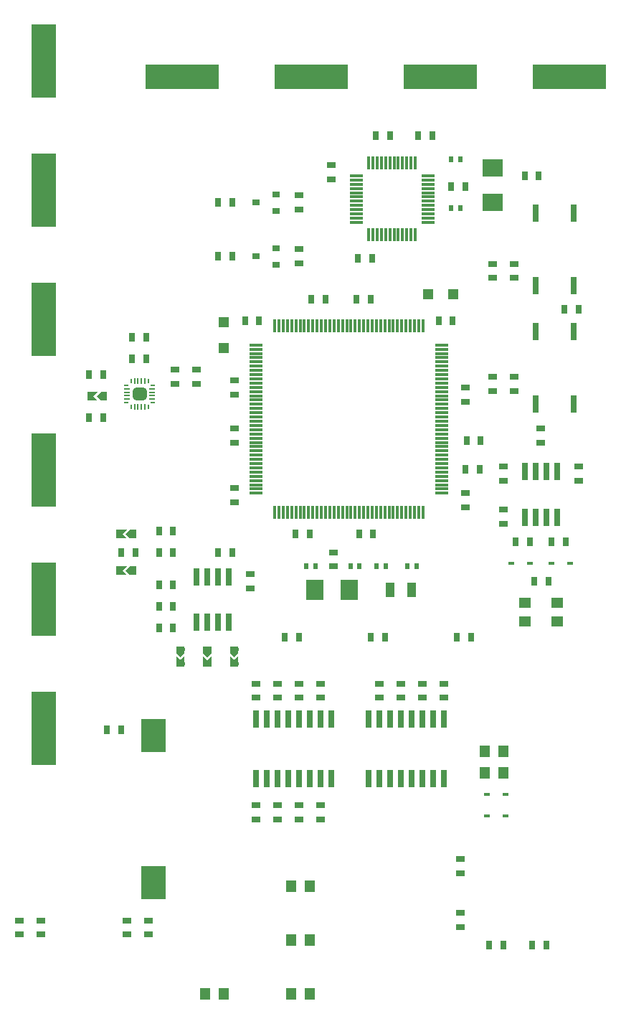
<source format=gbr>
%TF.GenerationSoftware,Altium Limited,Altium Designer,21.2.1 (34)*%
G04 Layer_Color=128*
%FSLAX25Y25*%
%MOIN*%
%TF.SameCoordinates,3D92BD4A-1653-4209-B07E-4AD3ED082CDC*%
%TF.FilePolarity,Positive*%
%TF.FileFunction,Paste,Bot*%
%TF.Part,Single*%
G01*
G75*
%TA.AperFunction,SMDPad,CuDef*%
%ADD10R,0.11811X0.34252*%
%ADD12R,0.34252X0.11811*%
%ADD14R,0.03150X0.03937*%
%ADD20R,0.03937X0.03150*%
%ADD21R,0.04500X0.05400*%
%ADD25R,0.05400X0.04500*%
%ADD47R,0.03150X0.07874*%
%ADD48R,0.01181X0.03937*%
%ADD49R,0.00787X0.02362*%
%ADD50R,0.00787X0.02756*%
%ADD51R,0.02362X0.00787*%
%ADD52R,0.02756X0.00787*%
G04:AMPARAMS|DCode=53|XSize=59.06mil|YSize=64.96mil|CornerRadius=14.76mil|HoleSize=0mil|Usage=FLASHONLY|Rotation=90.000|XOffset=0mil|YOffset=0mil|HoleType=Round|Shape=RoundedRectangle|*
%AMROUNDEDRECTD53*
21,1,0.05906,0.03543,0,0,90.0*
21,1,0.02953,0.06496,0,0,90.0*
1,1,0.02953,0.01772,0.01476*
1,1,0.02953,0.01772,-0.01476*
1,1,0.02953,-0.01772,-0.01476*
1,1,0.02953,-0.01772,0.01476*
%
%ADD53ROUNDEDRECTD53*%
%ADD54R,0.09449X0.07874*%
%ADD55R,0.07874X0.09449*%
%ADD56R,0.03937X0.06693*%
%ADD57R,0.03740X0.03150*%
%ADD58R,0.02756X0.01575*%
%ADD59R,0.02756X0.07874*%
%ADD60R,0.01181X0.05906*%
%ADD61R,0.05906X0.01181*%
%ADD62R,0.03937X0.01181*%
%ADD63R,0.11811X0.15748*%
%ADD64R,0.02000X0.02500*%
%ADD65R,0.04724X0.05118*%
%ADD66R,0.05118X0.04724*%
G36*
X171968Y165925D02*
X170000Y163957D01*
X168032Y165925D01*
Y168681D01*
X171968D01*
Y165925D01*
D02*
G37*
G36*
X159468D02*
X157500Y163957D01*
X155532Y165925D01*
Y168681D01*
X159468D01*
Y165925D01*
D02*
G37*
G36*
X146968D02*
X145000Y163957D01*
X143032Y165925D01*
Y168681D01*
X146968D01*
Y165925D01*
D02*
G37*
G36*
X171968Y159626D02*
X168032D01*
Y164350D01*
X170000Y162382D01*
X171968Y164350D01*
Y159626D01*
D02*
G37*
G36*
X159468D02*
X155532D01*
Y164350D01*
X157500Y162382D01*
X159468Y164350D01*
Y159626D01*
D02*
G37*
G36*
X146968D02*
X143032D01*
Y164350D01*
X145000Y162382D01*
X146968Y164350D01*
Y159626D01*
D02*
G37*
G36*
X110768Y283032D02*
X108012D01*
X106043Y285000D01*
X108012Y286968D01*
X110768D01*
Y283032D01*
D02*
G37*
G36*
X104469Y285000D02*
X106437Y283032D01*
X101713D01*
Y286968D01*
X106437D01*
X104469Y285000D01*
D02*
G37*
G36*
X124374Y219032D02*
X121618D01*
X119650Y221000D01*
X121618Y222969D01*
X124374D01*
Y219032D01*
D02*
G37*
G36*
X118075Y221000D02*
X120043Y219032D01*
X115319D01*
Y222969D01*
X120043D01*
X118075Y221000D01*
D02*
G37*
G36*
X124374Y202031D02*
X121618D01*
X119650Y204000D01*
X121618Y205968D01*
X124374D01*
Y202031D01*
D02*
G37*
G36*
X118075Y204000D02*
X120043Y202031D01*
X115319D01*
Y205968D01*
X120043D01*
X118075Y204000D01*
D02*
G37*
D10*
X81614Y130866D02*
D03*
Y190866D02*
D03*
Y250866D02*
D03*
Y320866D02*
D03*
Y380866D02*
D03*
Y440866D02*
D03*
D12*
X145866Y433386D02*
D03*
X205866D02*
D03*
X265866D02*
D03*
X325866D02*
D03*
D14*
X102500Y275000D02*
D03*
X109094D02*
D03*
X102500Y295000D02*
D03*
X109094D02*
D03*
X129094Y312500D02*
D03*
X122500D02*
D03*
X129094Y302500D02*
D03*
X122500D02*
D03*
X141594Y222500D02*
D03*
X135000D02*
D03*
X270906Y382500D02*
D03*
X277500D02*
D03*
X311595Y387500D02*
D03*
X305000D02*
D03*
X307500Y217500D02*
D03*
X300906D02*
D03*
X317500D02*
D03*
X324094D02*
D03*
X242500Y406000D02*
D03*
X235906D02*
D03*
X309500Y199000D02*
D03*
X316094D02*
D03*
X323406Y325500D02*
D03*
X330000D02*
D03*
X141594Y212500D02*
D03*
X135000D02*
D03*
X117500D02*
D03*
X124094D02*
D03*
X169094Y375000D02*
D03*
X162500D02*
D03*
X169094Y350000D02*
D03*
X162500D02*
D03*
X284094Y251000D02*
D03*
X277500D02*
D03*
X315000Y30000D02*
D03*
X308405D02*
D03*
X294990Y30001D02*
D03*
X288395D02*
D03*
X169094Y212500D02*
D03*
X162500D02*
D03*
X135000Y197500D02*
D03*
X141594D02*
D03*
Y187500D02*
D03*
X135000D02*
D03*
X141594Y177500D02*
D03*
X135000D02*
D03*
X262094Y406000D02*
D03*
X255500D02*
D03*
X234094Y349000D02*
D03*
X227500D02*
D03*
X193406Y173000D02*
D03*
X200000D02*
D03*
X198406Y221000D02*
D03*
X205000D02*
D03*
X234594D02*
D03*
X228000D02*
D03*
X284594Y264500D02*
D03*
X278000D02*
D03*
X271594Y320000D02*
D03*
X265000D02*
D03*
X226906Y330000D02*
D03*
X233500D02*
D03*
X205906D02*
D03*
X212500D02*
D03*
X175000Y320000D02*
D03*
X181594D02*
D03*
X233406Y173000D02*
D03*
X240000D02*
D03*
X273406D02*
D03*
X280000D02*
D03*
X117500Y130000D02*
D03*
X110906D02*
D03*
D20*
X142500Y297500D02*
D03*
Y290906D02*
D03*
X152500Y297500D02*
D03*
Y290906D02*
D03*
X69999Y41605D02*
D03*
Y35010D02*
D03*
X80001Y41605D02*
D03*
Y35010D02*
D03*
X300001Y340010D02*
D03*
Y346605D02*
D03*
X312499Y263395D02*
D03*
Y269990D02*
D03*
X294999Y245895D02*
D03*
Y252490D02*
D03*
X329999Y245895D02*
D03*
Y252490D02*
D03*
X119999Y41605D02*
D03*
Y35010D02*
D03*
X129999Y41605D02*
D03*
Y35010D02*
D03*
X216000Y212594D02*
D03*
Y206000D02*
D03*
X200000Y371906D02*
D03*
Y378500D02*
D03*
Y346906D02*
D03*
Y353500D02*
D03*
X300000Y294094D02*
D03*
Y287500D02*
D03*
X179999Y94990D02*
D03*
Y88395D02*
D03*
X180000Y151595D02*
D03*
Y145000D02*
D03*
X267500Y151594D02*
D03*
Y145000D02*
D03*
X189999Y94990D02*
D03*
Y88395D02*
D03*
X190000Y151595D02*
D03*
Y145000D02*
D03*
X257500Y151594D02*
D03*
Y145000D02*
D03*
X199999Y94990D02*
D03*
Y88395D02*
D03*
X200000Y151595D02*
D03*
Y145000D02*
D03*
X274999Y44990D02*
D03*
Y38395D02*
D03*
X247500Y151594D02*
D03*
Y145000D02*
D03*
X210000Y95000D02*
D03*
Y88405D02*
D03*
Y151595D02*
D03*
Y145000D02*
D03*
X274999Y69990D02*
D03*
Y63395D02*
D03*
X237500Y151594D02*
D03*
Y145000D02*
D03*
X295000Y225906D02*
D03*
Y232500D02*
D03*
X215000Y385906D02*
D03*
Y392500D02*
D03*
X290000Y346594D02*
D03*
Y340000D02*
D03*
X177500Y195906D02*
D03*
Y202500D02*
D03*
X277500Y233406D02*
D03*
Y240000D02*
D03*
Y289094D02*
D03*
Y282500D02*
D03*
X170000Y263406D02*
D03*
Y270000D02*
D03*
Y235906D02*
D03*
Y242500D02*
D03*
Y285906D02*
D03*
Y292500D02*
D03*
X290000Y287500D02*
D03*
Y294094D02*
D03*
D21*
X295000Y110000D02*
D03*
X286500D02*
D03*
X295000Y120000D02*
D03*
X286500D02*
D03*
X196500Y32500D02*
D03*
X205000D02*
D03*
X196500Y7500D02*
D03*
X205000D02*
D03*
X156500D02*
D03*
X165000D02*
D03*
X196500Y57500D02*
D03*
X205000D02*
D03*
D25*
X305000Y180500D02*
D03*
Y189000D02*
D03*
X320000Y180500D02*
D03*
Y189000D02*
D03*
D47*
X327717Y315000D02*
D03*
X310000D02*
D03*
Y281535D02*
D03*
X327717D02*
D03*
Y370000D02*
D03*
X310000D02*
D03*
Y336535D02*
D03*
X327717D02*
D03*
D48*
X123193Y221000D02*
D03*
X116500D02*
D03*
X123193Y204000D02*
D03*
X116500D02*
D03*
X102894Y285000D02*
D03*
X109587D02*
D03*
D49*
X130000Y280000D02*
D03*
X122126D02*
D03*
Y292205D02*
D03*
X130000D02*
D03*
D50*
X128425Y280197D02*
D03*
X126850D02*
D03*
X125276D02*
D03*
X123701D02*
D03*
Y292008D02*
D03*
X125276D02*
D03*
X126850D02*
D03*
X128425D02*
D03*
D51*
X119961Y282165D02*
D03*
Y290039D02*
D03*
X132165D02*
D03*
Y282165D02*
D03*
D52*
X120157Y283740D02*
D03*
Y285315D02*
D03*
Y286890D02*
D03*
Y288465D02*
D03*
X131969D02*
D03*
Y286890D02*
D03*
Y285315D02*
D03*
Y283740D02*
D03*
D53*
X126063Y286102D02*
D03*
D54*
X290000Y375000D02*
D03*
Y391000D02*
D03*
D55*
X207500Y195000D02*
D03*
X223500D02*
D03*
D56*
X242500D02*
D03*
X252343D02*
D03*
D57*
X189449Y378937D02*
D03*
Y371063D02*
D03*
X180000Y375000D02*
D03*
X189449Y353937D02*
D03*
Y346063D02*
D03*
X180000Y350000D02*
D03*
D58*
X298839Y207500D02*
D03*
X307500D02*
D03*
X326161D02*
D03*
X317500D02*
D03*
X296161Y100000D02*
D03*
X287500D02*
D03*
Y90000D02*
D03*
X296161D02*
D03*
D59*
X320000Y228770D02*
D03*
X315000D02*
D03*
X310000D02*
D03*
X305000D02*
D03*
X320000Y250030D02*
D03*
X315000D02*
D03*
X310000D02*
D03*
X305000D02*
D03*
X152500Y201230D02*
D03*
X157500D02*
D03*
X162500D02*
D03*
X167500D02*
D03*
X152500Y179970D02*
D03*
X157500D02*
D03*
X162500D02*
D03*
X167500D02*
D03*
X180000Y135059D02*
D03*
X185000D02*
D03*
X190000D02*
D03*
X195000D02*
D03*
X200000D02*
D03*
X205000D02*
D03*
X210000D02*
D03*
X215000D02*
D03*
X180000Y107500D02*
D03*
X185000D02*
D03*
X190000D02*
D03*
X195000D02*
D03*
X200000D02*
D03*
X205000D02*
D03*
X210000D02*
D03*
X215000D02*
D03*
X232500Y135000D02*
D03*
X237500D02*
D03*
X242500D02*
D03*
X247500D02*
D03*
X252500D02*
D03*
X257500D02*
D03*
X262500D02*
D03*
X267500D02*
D03*
X232500Y107441D02*
D03*
X237500D02*
D03*
X242500D02*
D03*
X247500D02*
D03*
X252500D02*
D03*
X257500D02*
D03*
X262500D02*
D03*
X267500D02*
D03*
D60*
X257756Y231142D02*
D03*
X255787D02*
D03*
X253819D02*
D03*
X251850D02*
D03*
X249882D02*
D03*
X247913D02*
D03*
X245945D02*
D03*
X243976D02*
D03*
X242008D02*
D03*
X240039D02*
D03*
X238071D02*
D03*
X236102D02*
D03*
X234134D02*
D03*
X232165D02*
D03*
X230197D02*
D03*
X228228D02*
D03*
X226260D02*
D03*
X224291D02*
D03*
X222323D02*
D03*
X220354D02*
D03*
X218386D02*
D03*
X216417D02*
D03*
X214449D02*
D03*
X212480D02*
D03*
X210512D02*
D03*
X208543D02*
D03*
X206575D02*
D03*
X204606D02*
D03*
X202638D02*
D03*
X200669D02*
D03*
X198701D02*
D03*
X196732D02*
D03*
X194764D02*
D03*
X192795D02*
D03*
X190827D02*
D03*
X188858D02*
D03*
Y317756D02*
D03*
X190827D02*
D03*
X192795D02*
D03*
X194764D02*
D03*
X196732D02*
D03*
X198701D02*
D03*
X200669D02*
D03*
X202638D02*
D03*
X204606D02*
D03*
X206575D02*
D03*
X208543D02*
D03*
X210512D02*
D03*
X212480D02*
D03*
X214449D02*
D03*
X216417D02*
D03*
X218386D02*
D03*
X220354D02*
D03*
X222323D02*
D03*
X224291D02*
D03*
X226260D02*
D03*
X228228D02*
D03*
X230197D02*
D03*
X232165D02*
D03*
X234134D02*
D03*
X236102D02*
D03*
X238071D02*
D03*
X240039D02*
D03*
X242008D02*
D03*
X243976D02*
D03*
X245945D02*
D03*
X247913D02*
D03*
X249882D02*
D03*
X251850D02*
D03*
X253819D02*
D03*
X255787D02*
D03*
X257756D02*
D03*
X254193Y393307D02*
D03*
X252224D02*
D03*
X250256D02*
D03*
X248287D02*
D03*
X246319D02*
D03*
X244350D02*
D03*
X242382D02*
D03*
X240413D02*
D03*
X238445D02*
D03*
X236476D02*
D03*
X234508D02*
D03*
X232539D02*
D03*
Y360039D02*
D03*
X234508D02*
D03*
X236476D02*
D03*
X238445D02*
D03*
X240413D02*
D03*
X242382D02*
D03*
X244350D02*
D03*
X246319D02*
D03*
X248287D02*
D03*
X250256D02*
D03*
X252224D02*
D03*
X254193D02*
D03*
D61*
X180000Y240000D02*
D03*
Y241969D02*
D03*
Y243937D02*
D03*
Y245906D02*
D03*
Y247874D02*
D03*
Y249843D02*
D03*
Y251811D02*
D03*
Y253780D02*
D03*
Y255748D02*
D03*
Y257717D02*
D03*
Y259685D02*
D03*
Y261654D02*
D03*
Y263622D02*
D03*
Y265591D02*
D03*
Y267559D02*
D03*
Y269528D02*
D03*
Y271496D02*
D03*
Y273465D02*
D03*
Y275433D02*
D03*
Y277402D02*
D03*
Y279370D02*
D03*
Y281339D02*
D03*
Y283307D02*
D03*
Y285276D02*
D03*
Y287244D02*
D03*
Y289213D02*
D03*
Y291181D02*
D03*
Y293150D02*
D03*
Y295118D02*
D03*
Y297087D02*
D03*
Y299055D02*
D03*
Y301024D02*
D03*
Y302992D02*
D03*
Y304961D02*
D03*
Y306929D02*
D03*
Y308898D02*
D03*
X266614D02*
D03*
Y306929D02*
D03*
Y304961D02*
D03*
Y302992D02*
D03*
Y301024D02*
D03*
Y299055D02*
D03*
Y297087D02*
D03*
Y295118D02*
D03*
Y293150D02*
D03*
Y291181D02*
D03*
Y289213D02*
D03*
Y287244D02*
D03*
Y285276D02*
D03*
Y283307D02*
D03*
Y281339D02*
D03*
Y279370D02*
D03*
Y277402D02*
D03*
Y275433D02*
D03*
Y273465D02*
D03*
Y271496D02*
D03*
Y269528D02*
D03*
Y267559D02*
D03*
Y265591D02*
D03*
Y263622D02*
D03*
Y261654D02*
D03*
Y259685D02*
D03*
Y257717D02*
D03*
Y255748D02*
D03*
Y253780D02*
D03*
Y251811D02*
D03*
Y249843D02*
D03*
Y247874D02*
D03*
Y245906D02*
D03*
Y243937D02*
D03*
Y241969D02*
D03*
Y240000D02*
D03*
X226732Y387500D02*
D03*
Y385532D02*
D03*
Y383563D02*
D03*
Y381594D02*
D03*
Y379626D02*
D03*
Y377657D02*
D03*
Y375689D02*
D03*
Y373720D02*
D03*
Y371752D02*
D03*
Y369783D02*
D03*
Y367815D02*
D03*
Y365846D02*
D03*
X260000D02*
D03*
Y367815D02*
D03*
Y369783D02*
D03*
Y371752D02*
D03*
Y373720D02*
D03*
Y375689D02*
D03*
Y377657D02*
D03*
Y379626D02*
D03*
Y381594D02*
D03*
Y383563D02*
D03*
Y385532D02*
D03*
Y387500D02*
D03*
D62*
X145000Y167500D02*
D03*
Y160807D02*
D03*
X157500D02*
D03*
Y167500D02*
D03*
X170000D02*
D03*
Y160807D02*
D03*
D63*
X132500Y127500D02*
D03*
Y58996D02*
D03*
D64*
X270700Y372500D02*
D03*
X275000D02*
D03*
X270700Y395000D02*
D03*
X275000D02*
D03*
X203456Y206142D02*
D03*
X207756D02*
D03*
X224000Y206000D02*
D03*
X228300D02*
D03*
X236200D02*
D03*
X240500D02*
D03*
X254800D02*
D03*
X250500D02*
D03*
D65*
X260000Y332500D02*
D03*
X271811D02*
D03*
D66*
X165000Y307500D02*
D03*
Y319311D02*
D03*
%TF.MD5,c71b8ad8b45e94ec86ecd326debc6bf1*%
M02*

</source>
